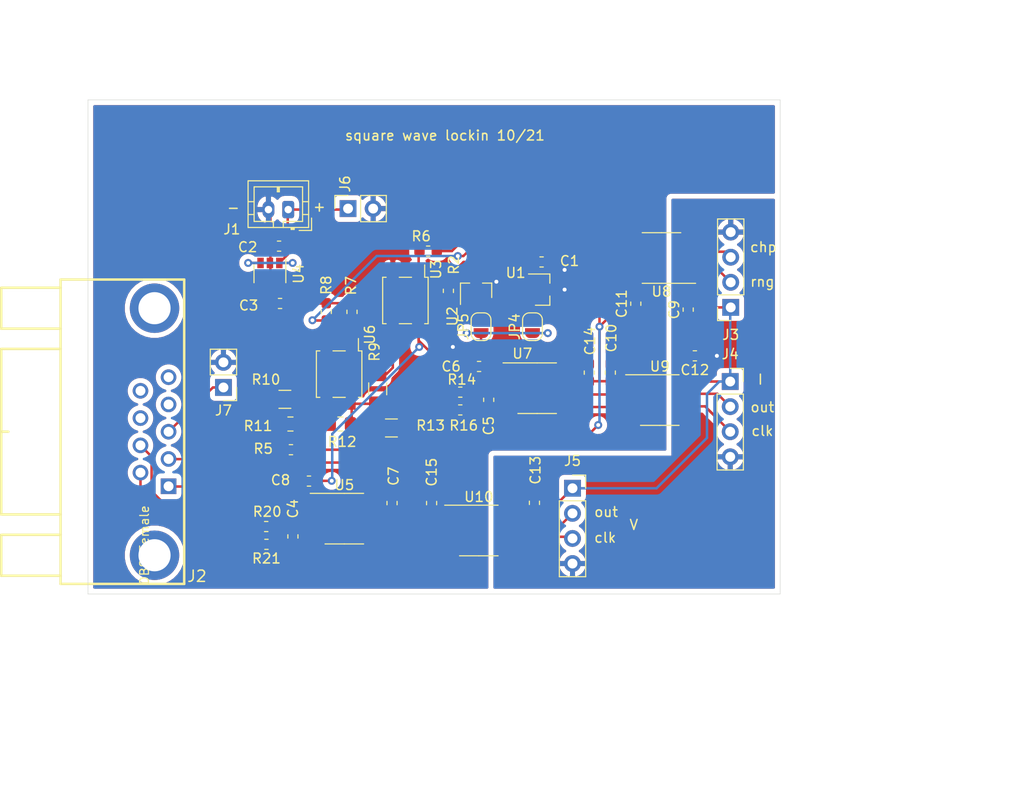
<source format=kicad_pcb>
(kicad_pcb (version 20171130) (host pcbnew "(5.1.5-0)")
  (layers (0 F.Cu signal) (31 B.Cu signal) (34 B.Paste user) (35 F.Paste user) (36 B.SilkS user) (37 F.SilkS user) (38 B.Mask user) (39 F.Mask user) (44 Edge.Cuts user))
  (net 0 "")
  (net 1 GND)
  (net 2 +3V3)
  (net 3 "Net-(C2-Pad1)")
  (net 4 "Net-(C4-Pad2)")
  (net 5 "Net-(C4-Pad1)")
  (net 6 "Net-(C5-Pad2)")
  (net 7 "Net-(C5-Pad1)")
  (net 8 "Net-(J3-Pad2)")
  (net 9 "Net-(JP4-Pad2)")
  (net 10 /vref)
  (net 11 "Net-(JP5-Pad2)")
  (net 12 "Net-(R6-Pad2)")
  (net 13 /sig)
  (net 14 "Net-(R11-Pad1)")
  (net 15 +3.3VP)
  (net 16 "Net-(R6-Pad1)")
  (net 17 "Net-(R7-Pad1)")
  (net 18 /range_toggle)
  (net 19 /I-)
  (net 20 /I+)
  (net 21 /V+)
  (net 22 /V-)
  (net 23 "Net-(U4-Pad4)")
  (net 24 "Net-(U5-Pad8)")
  (net 25 "Net-(U10-Pad2)")
  (net 26 "Net-(U10-Pad3)")
  (net 27 "Net-(U7-Pad8)")
  (net 28 "Net-(U7-Pad6)")
  (net 29 "Net-(U7-Pad5)")
  (net 30 GNDD)
  (net 31 "Net-(J3-Pad3)")
  (net 32 "Net-(J4-Pad2)")
  (net 33 "Net-(J4-Pad3)")
  (net 34 "Net-(J5-Pad2)")
  (net 35 "Net-(J5-Pad3)")
  (net 36 "Net-(J2-Pad9)")
  (net 37 "Net-(J2-Pad8)")
  (net 38 "Net-(J2-Pad5)")
  (net 39 "Net-(J2-Pad4)")
  (net 40 "Net-(J2-Pad3)")
  (net 41 "Net-(R13-Pad1)")
  (net 42 "Net-(R12-Pad1)")
  (module Resistor_SMD:R_0805_2012Metric_Pad1.15x1.40mm_HandSolder (layer F.Cu) (at 135.525 82.8 180)
    (fp_text reference R12 (at -0.175 -1.8) (layer F.SilkS))
    (fp_text value 75K_0.1%)
    (pad 2 smd roundrect (at 1.025 0 180) (size 1.15 1.4) (layers F.Cu F.Paste F.Mask) (roundrect_rratio 0.217391) (net 14 "Net-(R11-Pad1)"))
    (pad 1 smd roundrect (at -1.025 0 180) (size 1.15 1.4) (layers F.Cu F.Paste F.Mask) (roundrect_rratio 0.217391) (net 42 "Net-(R12-Pad1)"))
  )
  (module Resistor_SMD:R_0805_2012Metric_Pad1.15x1.40mm_HandSolder (layer F.Cu) (at 130.475 82.8 180)
    (fp_text reference R11 (at 3.275 -0.2) (layer F.SilkS))
    (fp_text value 5K_0.1%)
    (pad 2 smd roundrect (at 1.025 0 180) (size 1.15 1.4) (layers F.Cu F.Paste F.Mask) (roundrect_rratio 0.217391) (net 19 /I-))
    (pad 1 smd roundrect (at -1.025 0 180) (size 1.15 1.4) (layers F.Cu F.Paste F.Mask) (roundrect_rratio 0.217391) (net 14 "Net-(R11-Pad1)"))
  )
  (module Resistor_SMD:R_0603_1608Metric_Pad1.05x0.95mm_HandSolder (layer F.Cu) (at 130.525 85.4)
    (fp_text reference R5 (at -2.8 -0.1) (layer F.SilkS))
    (fp_text value 100K_0.1%)
    (pad 2 smd roundrect (at 0.875 0) (size 1.05 0.95) (layers F.Cu F.Paste F.Mask) (net 41 "Net-(R13-Pad1)"))
    (pad 1 smd roundrect (at -0.875 0) (size 1.05 0.95) (layers F.Cu F.Paste F.Mask) (net 20 /I+))
  )
  (module 0my_footprints:DSUB-TH_DS1037-09FNAKT74-0CC (layer F.Cu) (at 116.73 83.58 180)
    (fp_text reference J2 (at -5.37 -14.62) (layer F.SilkS) (effects (font (size 1.143 1.143) (thickness 0.152)) (justify right)))
    (fp_text value DB9_Female (at 1.018 -7.374 270) (layer F.SilkS) (effects (font (size 0.889 0.889) (thickness 0.127)) (justify right)))
    (pad 10 thru_hole circle (at 0 -12.5 270) (size 5 5) (drill 3.25) (layers *.Cu *.Paste *.Mask))
    (pad 9 thru_hole circle (at 1.42 4.14 270) (size 1.575 1.575) (drill 1) (layers *.Cu *.Paste *.Mask) (net 36 "Net-(J2-Pad9)"))
    (pad 8 thru_hole circle (at 1.42 1.38 270) (size 1.575 1.575) (drill 1) (layers *.Cu *.Paste *.Mask) (net 37 "Net-(J2-Pad8)"))
    (pad 7 thru_hole circle (at 1.42 -1.38 270) (size 1.575 1.575) (drill 1) (layers *.Cu *.Paste *.Mask) (net 22 /V-))
    (pad 6 thru_hole circle (at 1.42 -4.14 270) (size 1.575 1.575) (drill 1) (layers *.Cu *.Paste *.Mask) (net 21 /V+))
    (pad 5 thru_hole circle (at -1.42 5.52 270) (size 1.575 1.575) (drill 1) (layers *.Cu *.Paste *.Mask) (net 38 "Net-(J2-Pad5)"))
    (pad 4 thru_hole circle (at -1.42 2.76 270) (size 1.575 1.575) (drill 1) (layers *.Cu *.Paste *.Mask) (net 39 "Net-(J2-Pad4)"))
    (pad 2 thru_hole circle (at -1.42 -2.76 270) (size 1.575 1.575) (drill 1) (layers *.Cu *.Paste *.Mask) (net 19 /I-))
    (pad 1 thru_hole rect (at -1.42 -5.52 270) (size 1.575 1.575) (drill 1) (layers *.Cu *.Paste *.Mask) (net 20 /I+))
    (pad 11 thru_hole circle (at 0 12.5 270) (size 5 5) (drill 3.25) (layers *.Cu *.Paste *.Mask))
    (pad 3 thru_hole circle (at -1.42 0 270) (size 1.575 1.575) (drill 1) (layers *.Cu *.Paste *.Mask) (net 40 "Net-(J2-Pad3)"))
  )
  (module Package_SO:SO-4_4.4x4.3mm_P2.54mm (layer F.Cu) (at 142.1 70.3 270)
    (fp_text reference U3 (at -3.15 -3.1 90) (layer F.SilkS))
    (fp_text value KAQY212S)
    (pad 3 smd rect (at 3 1.27 180) (size 0.8 1.2) (layers F.Cu F.Paste F.Mask) (net 13 /sig))
    (pad 2 smd rect (at -3 1.27 180) (size 0.8 1.2) (layers F.Cu F.Paste F.Mask) (net 1 GND))
    (pad 1 smd rect (at -3 -1.27 180) (size 0.8 1.2) (layers F.Cu F.Paste F.Mask) (net 12 "Net-(R6-Pad2)"))
    (pad 4 smd rect (at 3 -1.27 180) (size 0.8 1.2) (layers F.Cu F.Paste F.Mask) (net 10 /vref))
  )
  (module Connector_PinHeader_2.54mm:PinHeader_1x02_P2.54mm_Vertical (layer F.Cu) (at 123.7 79.1 180)
    (fp_text reference J7 (at 0 -2.33) (layer F.SilkS))
    (fp_text value Conn_01x02_Female)
    (pad 2 thru_hole oval (at 0 2.54 180) (size 1.7 1.7) (drill 1) (layers *.Cu *.Mask) (net 1 GND))
    (pad 1 thru_hole rect (at 0 0 180) (size 1.7 1.7) (drill 1) (layers *.Cu *.Mask) (net 40 "Net-(J2-Pad3)"))
  )
  (module Connector_PinSocket_2.54mm:PinSocket_1x02_P2.54mm_Vertical (layer F.Cu) (at 136.3 61 90)
    (fp_text reference J6 (at 2.5 -0.3 90) (layer F.SilkS))
    (fp_text value receptacle)
    (pad 2 thru_hole oval (at 0 2.54 90) (size 1.7 1.7) (drill 1) (layers *.Cu *.Mask) (net 1 GND))
    (pad 1 thru_hole rect (at 0 0 90) (size 1.7 1.7) (drill 1) (layers *.Cu *.Mask) (net 3 "Net-(C2-Pad1)"))
  )
  (module Capacitor_SMD:C_0603_1608Metric_Pad1.05x0.95mm_HandSolder (layer F.Cu) (at 144.75 90.8 270)
    (fp_text reference C15 (at -3.125 0 270) (layer F.SilkS))
    (fp_text value 100nF)
    (pad 2 smd roundrect (at 0.875 0 270) (size 1.05 0.95) (layers F.Cu F.Paste F.Mask) (net 2 +3V3))
    (pad 1 smd roundrect (at -0.875 0 270) (size 1.05 0.95) (layers F.Cu F.Paste F.Mask) (net 1 GND))
  )
  (module Package_SO:SOP-8_3.9x4.9mm_P1.27mm (layer F.Cu) (at 135.925 92.375)
    (fp_text reference U5 (at 0 -3.4) (layer F.SilkS))
    (fp_text value HX710C)
    (pad 8 smd roundrect (at 2.625 -1.905) (size 1.65 0.6) (layers F.Cu F.Paste F.Mask) (net 24 "Net-(U5-Pad8)"))
    (pad 7 smd roundrect (at 2.625 -0.635) (size 1.65 0.6) (layers F.Cu F.Paste F.Mask) (net 2 +3V3))
    (pad 6 smd roundrect (at 2.625 0.635) (size 1.65 0.6) (layers F.Cu F.Paste F.Mask) (net 25 "Net-(U10-Pad2)"))
    (pad 5 smd roundrect (at 2.625 1.905) (size 1.65 0.6) (layers F.Cu F.Paste F.Mask) (net 26 "Net-(U10-Pad3)"))
    (pad 4 smd roundrect (at -2.625 1.905) (size 1.65 0.6) (layers F.Cu F.Paste F.Mask) (net 5 "Net-(C4-Pad1)"))
    (pad 3 smd roundrect (at -2.625 0.635) (size 1.65 0.6) (layers F.Cu F.Paste F.Mask) (net 4 "Net-(C4-Pad2)"))
    (pad 2 smd roundrect (at -2.625 -0.635) (size 1.65 0.6) (layers F.Cu F.Paste F.Mask) (net 1 GND))
    (pad 1 smd roundrect (at -2.625 -1.905) (size 1.65 0.6) (layers F.Cu F.Paste F.Mask) (net 10 /vref))
  )
  (module Capacitor_SMD:C_0603_1608Metric_Pad1.05x0.95mm_HandSolder (layer F.Cu) (at 160.7 77.6 270)
    (fp_text reference C14 (at -3.2 -0.075 90) (layer F.SilkS))
    (fp_text value 100nF)
    (pad 2 smd roundrect (at 0.875 0 270) (size 1.05 0.95) (layers F.Cu F.Paste F.Mask) (net 2 +3V3))
    (pad 1 smd roundrect (at -0.875 0 270) (size 1.05 0.95) (layers F.Cu F.Paste F.Mask) (net 1 GND))
  )
  (module Connector_PinSocket_2.54mm:PinSocket_1x04_P2.54mm_Vertical (layer F.Cu) (at 159 89.3)
    (fp_text reference J5 (at 0 -2.77) (layer F.SilkS))
    (fp_text value Conn_01x04_Female)
    (pad 4 thru_hole oval (at 0 7.62) (size 1.7 1.7) (drill 1) (layers *.Cu *.Mask) (net 30 GNDD))
    (pad 3 thru_hole oval (at 0 5.08) (size 1.7 1.7) (drill 1) (layers *.Cu *.Mask) (net 35 "Net-(J5-Pad3)"))
    (pad 2 thru_hole oval (at 0 2.54) (size 1.7 1.7) (drill 1) (layers *.Cu *.Mask) (net 34 "Net-(J5-Pad2)"))
    (pad 1 thru_hole rect (at 0 0) (size 1.7 1.7) (drill 1) (layers *.Cu *.Mask) (net 15 +3.3VP))
  )
  (module Connector_PinSocket_2.54mm:PinSocket_1x04_P2.54mm_Vertical (layer F.Cu) (at 174.95 78.5)
    (fp_text reference J4 (at 0 -2.77) (layer F.SilkS))
    (fp_text value Conn_01x04_Female)
    (pad 4 thru_hole oval (at 0 7.62) (size 1.7 1.7) (drill 1) (layers *.Cu *.Mask) (net 30 GNDD))
    (pad 3 thru_hole oval (at 0 5.08) (size 1.7 1.7) (drill 1) (layers *.Cu *.Mask) (net 33 "Net-(J4-Pad3)"))
    (pad 2 thru_hole oval (at 0 2.54) (size 1.7 1.7) (drill 1) (layers *.Cu *.Mask) (net 32 "Net-(J4-Pad2)"))
    (pad 1 thru_hole rect (at 0 0) (size 1.7 1.7) (drill 1) (layers *.Cu *.Mask) (net 15 +3.3VP))
  )
  (module Connector_PinSocket_2.54mm:PinSocket_1x04_P2.54mm_Vertical (layer F.Cu) (at 175 71 180)
    (fp_text reference J3 (at 0 -2.77) (layer F.SilkS))
    (fp_text value Conn_01x04_Female)
    (pad 4 thru_hole oval (at 0 7.62 180) (size 1.7 1.7) (drill 1) (layers *.Cu *.Mask) (net 30 GNDD))
    (pad 3 thru_hole oval (at 0 5.08 180) (size 1.7 1.7) (drill 1) (layers *.Cu *.Mask) (net 31 "Net-(J3-Pad3)"))
    (pad 2 thru_hole oval (at 0 2.54 180) (size 1.7 1.7) (drill 1) (layers *.Cu *.Mask) (net 8 "Net-(J3-Pad2)"))
    (pad 1 thru_hole rect (at 0 0 180) (size 1.7 1.7) (drill 1) (layers *.Cu *.Mask) (net 15 +3.3VP))
  )
  (module Package_SO:SOIC-8_3.9x4.9mm_P1.27mm (layer F.Cu) (at 149.525 93.575)
    (fp_text reference U10 (at 0 -3.4) (layer F.SilkS))
    (fp_text value PI121)
    (pad 8 smd roundrect (at 2.475 -1.905) (size 1.95 0.6) (layers F.Cu F.Paste F.Mask) (net 15 +3.3VP))
    (pad 7 smd roundrect (at 2.475 -0.635) (size 1.95 0.6) (layers F.Cu F.Paste F.Mask) (net 34 "Net-(J5-Pad2)"))
    (pad 6 smd roundrect (at 2.475 0.635) (size 1.95 0.6) (layers F.Cu F.Paste F.Mask) (net 35 "Net-(J5-Pad3)"))
    (pad 5 smd roundrect (at 2.475 1.905) (size 1.95 0.6) (layers F.Cu F.Paste F.Mask) (net 30 GNDD))
    (pad 4 smd roundrect (at -2.475 1.905) (size 1.95 0.6) (layers F.Cu F.Paste F.Mask) (net 1 GND))
    (pad 3 smd roundrect (at -2.475 0.635) (size 1.95 0.6) (layers F.Cu F.Paste F.Mask) (net 26 "Net-(U10-Pad3)"))
    (pad 2 smd roundrect (at -2.475 -0.635) (size 1.95 0.6) (layers F.Cu F.Paste F.Mask) (net 25 "Net-(U10-Pad2)"))
    (pad 1 smd roundrect (at -2.475 -1.905) (size 1.95 0.6) (layers F.Cu F.Paste F.Mask) (net 2 +3V3))
  )
  (module Package_SO:SOIC-8_3.9x4.9mm_P1.27mm (layer F.Cu) (at 167.825 80.375)
    (fp_text reference U9 (at 0 -3.4) (layer F.SilkS))
    (fp_text value PI121)
    (pad 8 smd roundrect (at 2.475 -1.905) (size 1.95 0.6) (layers F.Cu F.Paste F.Mask) (net 15 +3.3VP))
    (pad 7 smd roundrect (at 2.475 -0.635) (size 1.95 0.6) (layers F.Cu F.Paste F.Mask) (net 32 "Net-(J4-Pad2)"))
    (pad 6 smd roundrect (at 2.475 0.635) (size 1.95 0.6) (layers F.Cu F.Paste F.Mask) (net 33 "Net-(J4-Pad3)"))
    (pad 5 smd roundrect (at 2.475 1.905) (size 1.95 0.6) (layers F.Cu F.Paste F.Mask) (net 30 GNDD))
    (pad 4 smd roundrect (at -2.475 1.905) (size 1.95 0.6) (layers F.Cu F.Paste F.Mask) (net 1 GND))
    (pad 3 smd roundrect (at -2.475 0.635) (size 1.95 0.6) (layers F.Cu F.Paste F.Mask) (net 29 "Net-(U7-Pad5)"))
    (pad 2 smd roundrect (at -2.475 -0.635) (size 1.95 0.6) (layers F.Cu F.Paste F.Mask) (net 28 "Net-(U7-Pad6)"))
    (pad 1 smd roundrect (at -2.475 -1.905) (size 1.95 0.6) (layers F.Cu F.Paste F.Mask) (net 2 +3V3))
  )
  (module Package_SO:SOIC-8_3.9x4.9mm_P1.27mm (layer F.Cu) (at 168 66 180)
    (fp_text reference U8 (at 0 -3.4) (layer F.SilkS))
    (fp_text value PI120)
    (pad 8 smd roundrect (at 2.475 -1.905 180) (size 1.95 0.6) (layers F.Cu F.Paste F.Mask) (net 2 +3V3))
    (pad 7 smd roundrect (at 2.475 -0.635 180) (size 1.95 0.6) (layers F.Cu F.Paste F.Mask) (net 18 /range_toggle))
    (pad 6 smd roundrect (at 2.475 0.635 180) (size 1.95 0.6) (layers F.Cu F.Paste F.Mask) (net 16 "Net-(R6-Pad1)"))
    (pad 5 smd roundrect (at 2.475 1.905 180) (size 1.95 0.6) (layers F.Cu F.Paste F.Mask) (net 1 GND))
    (pad 4 smd roundrect (at -2.475 1.905 180) (size 1.95 0.6) (layers F.Cu F.Paste F.Mask) (net 30 GNDD))
    (pad 3 smd roundrect (at -2.475 0.635 180) (size 1.95 0.6) (layers F.Cu F.Paste F.Mask) (net 31 "Net-(J3-Pad3)"))
    (pad 2 smd roundrect (at -2.475 -0.635 180) (size 1.95 0.6) (layers F.Cu F.Paste F.Mask) (net 8 "Net-(J3-Pad2)"))
    (pad 1 smd roundrect (at -2.475 -1.905 180) (size 1.95 0.6) (layers F.Cu F.Paste F.Mask) (net 15 +3.3VP))
  )
  (module Package_SO:SOP-8_3.9x4.9mm_P1.27mm (layer F.Cu) (at 155.425 79.175)
    (fp_text reference U7 (at -1.5 -3.5) (layer F.SilkS))
    (fp_text value HX710C)
    (pad 8 smd roundrect (at 2.625 -1.905) (size 1.65 0.6) (layers F.Cu F.Paste F.Mask) (net 27 "Net-(U7-Pad8)"))
    (pad 7 smd roundrect (at 2.625 -0.635) (size 1.65 0.6) (layers F.Cu F.Paste F.Mask) (net 2 +3V3))
    (pad 6 smd roundrect (at 2.625 0.635) (size 1.65 0.6) (layers F.Cu F.Paste F.Mask) (net 28 "Net-(U7-Pad6)"))
    (pad 5 smd roundrect (at 2.625 1.905) (size 1.65 0.6) (layers F.Cu F.Paste F.Mask) (net 29 "Net-(U7-Pad5)"))
    (pad 4 smd roundrect (at -2.625 1.905) (size 1.65 0.6) (layers F.Cu F.Paste F.Mask) (net 7 "Net-(C5-Pad1)"))
    (pad 3 smd roundrect (at -2.625 0.635) (size 1.65 0.6) (layers F.Cu F.Paste F.Mask) (net 6 "Net-(C5-Pad2)"))
    (pad 2 smd roundrect (at -2.625 -0.635) (size 1.65 0.6) (layers F.Cu F.Paste F.Mask) (net 1 GND))
    (pad 1 smd roundrect (at -2.625 -1.905) (size 1.65 0.6) (layers F.Cu F.Paste F.Mask) (net 10 /vref))
  )
  (module Package_SO:SO-4_4.4x4.3mm_P2.54mm (layer F.Cu) (at 135.4 77.75 270)
    (fp_text reference U6 (at -4 -3.1 90) (layer F.SilkS))
    (fp_text value KAQY212S)
    (pad 3 smd rect (at 3 1.27 180) (size 0.8 1.2) (layers F.Cu F.Paste F.Mask) (net 14 "Net-(R11-Pad1)"))
    (pad 2 smd rect (at -3 1.27 180) (size 0.8 1.2) (layers F.Cu F.Paste F.Mask) (net 18 /range_toggle))
    (pad 1 smd rect (at -3 -1.27 180) (size 0.8 1.2) (layers F.Cu F.Paste F.Mask) (net 17 "Net-(R7-Pad1)"))
    (pad 4 smd rect (at 3 -1.27 180) (size 0.8 1.2) (layers F.Cu F.Paste F.Mask) (net 42 "Net-(R12-Pad1)"))
  )
  (module Package_TO_SOT_SMD:SOT-23-5 (layer F.Cu) (at 128.4 67.6 270)
    (fp_text reference U4 (at 0 -2.9 90) (layer F.SilkS))
    (fp_text value LP5907MFX-3.3)
    (pad 5 smd rect (at 1.1 -0.95 270) (size 1.06 0.65) (layers F.Cu F.Paste F.Mask) (net 2 +3V3))
    (pad 4 smd rect (at 1.1 0.95 270) (size 1.06 0.65) (layers F.Cu F.Paste F.Mask) (net 23 "Net-(U4-Pad4)"))
    (pad 3 smd rect (at -1.1 0.95 270) (size 1.06 0.65) (layers F.Cu F.Paste F.Mask) (net 3 "Net-(C2-Pad1)"))
    (pad 2 smd rect (at -1.1 0 270) (size 1.06 0.65) (layers F.Cu F.Paste F.Mask) (net 1 GND))
    (pad 1 smd rect (at -1.1 -0.95 270) (size 1.06 0.65) (layers F.Cu F.Paste F.Mask) (net 3 "Net-(C2-Pad1)"))
  )
  (module Resistor_SMD:R_0603_1608Metric_Pad1.05x0.95mm_HandSolder (layer F.Cu) (at 147.65 81.375 180)
    (fp_text reference R16 (at -0.35 -1.575) (layer F.SilkS))
    (fp_text value 100)
    (pad 2 smd roundrect (at 0.875 0 180) (size 1.05 0.95) (layers F.Cu F.Paste F.Mask) (net 41 "Net-(R13-Pad1)"))
    (pad 1 smd roundrect (at -0.875 0 180) (size 1.05 0.95) (layers F.Cu F.Paste F.Mask) (net 7 "Net-(C5-Pad1)"))
  )
  (module Resistor_SMD:R_0603_1608Metric_Pad1.05x0.95mm_HandSolder (layer F.Cu) (at 147.65 79.575 180)
    (fp_text reference R14 (at -0.15 1.275) (layer F.SilkS))
    (fp_text value 100)
    (pad 2 smd roundrect (at 0.875 0 180) (size 1.05 0.95) (layers F.Cu F.Paste F.Mask) (net 20 /I+))
    (pad 1 smd roundrect (at -0.875 0 180) (size 1.05 0.95) (layers F.Cu F.Paste F.Mask) (net 6 "Net-(C5-Pad2)"))
  )
  (module Resistor_SMD:R_1206_3216Metric_Pad1.42x1.75mm_HandSolder (layer F.Cu) (at 140.6875 83.2 180)
    (fp_text reference R13 (at -3.9625 0.25) (layer F.SilkS))
    (fp_text value 1M_0.1%)
    (pad 2 smd roundrect (at 1.4875 0 180) (size 1.425 1.75) (layers F.Cu F.Paste F.Mask) (roundrect_rratio 0.175439) (net 42 "Net-(R12-Pad1)"))
    (pad 1 smd roundrect (at -1.4875 0 180) (size 1.425 1.75) (layers F.Cu F.Paste F.Mask) (roundrect_rratio 0.175439) (net 41 "Net-(R13-Pad1)"))
  )
  (module Resistor_SMD:R_1206_3216Metric_Pad1.42x1.75mm_HandSolder (layer F.Cu) (at 129.9125 80.3 180)
    (fp_text reference R10 (at 1.9125 2) (layer F.SilkS))
    (fp_text value 1M_0.1%)
    (pad 2 smd roundrect (at 1.4875 0 180) (size 1.425 1.75) (layers F.Cu F.Paste F.Mask) (roundrect_rratio 0.175439) (net 19 /I-))
    (pad 1 smd roundrect (at -1.4875 0 180) (size 1.425 1.75) (layers F.Cu F.Paste F.Mask) (roundrect_rratio 0.175439) (net 1 GND))
  )
  (module Resistor_SMD:R_1206_3216Metric_Pad1.42x1.75mm_HandSolder (layer F.Cu) (at 139.3 79.2375 90)
    (fp_text reference R9 (at 3.7375 -0.325 270) (layer F.SilkS))
    (fp_text value 1M_0.1%)
    (pad 2 smd roundrect (at 1.4875 0 90) (size 1.425 1.75) (layers F.Cu F.Paste F.Mask) (roundrect_rratio 0.175439) (net 13 /sig))
    (pad 1 smd roundrect (at -1.4875 0 90) (size 1.425 1.75) (layers F.Cu F.Paste F.Mask) (roundrect_rratio 0.175439) (net 42 "Net-(R12-Pad1)"))
  )
  (module Resistor_SMD:R_0603_1608Metric_Pad1.05x0.95mm_HandSolder (layer F.Cu) (at 134.1 71.45 90)
    (fp_text reference R8 (at 2.7 0 90) (layer F.SilkS))
    (fp_text value 1K)
    (pad 2 smd roundrect (at 0.875 0 90) (size 1.05 0.95) (layers F.Cu F.Paste F.Mask) (net 2 +3V3))
    (pad 1 smd roundrect (at -0.875 0 90) (size 1.05 0.95) (layers F.Cu F.Paste F.Mask) (net 18 /range_toggle))
  )
  (module Resistor_SMD:R_0603_1608Metric_Pad1.05x0.95mm_HandSolder (layer F.Cu) (at 136.7 71.45 90)
    (fp_text reference R7 (at 2.65 -0.1 90) (layer F.SilkS))
    (fp_text value 1K)
    (pad 2 smd roundrect (at 0.875 0 90) (size 1.05 0.95) (layers F.Cu F.Paste F.Mask) (net 2 +3V3))
    (pad 1 smd roundrect (at -0.875 0 90) (size 1.05 0.95) (layers F.Cu F.Paste F.Mask) (net 17 "Net-(R7-Pad1)"))
  )
  (module Connector_JST:JST_PH_B2B-PH-K_1x02_P2.00mm_Vertical (layer F.Cu) (at 130.25 61.1 180)
    (fp_text reference J1 (at 5.7 -2) (layer F.SilkS))
    (fp_text value battery)
    (pad 2 thru_hole oval (at 2 0 180) (size 1.2 1.75) (drill 0.75) (layers *.Cu *.Mask) (net 1 GND))
    (pad 1 thru_hole roundrect (at 0 0 180) (size 1.2 1.75) (drill 0.75) (layers *.Cu *.Mask) (roundrect_rratio 0.208333) (net 3 "Net-(C2-Pad1)"))
  )
  (module Capacitor_SMD:C_0603_1608Metric_Pad1.05x0.95mm_HandSolder (layer F.Cu) (at 155.15 90.775 270)
    (fp_text reference C13 (at -3.3 -0.1 90) (layer F.SilkS))
    (fp_text value 100nF)
    (pad 2 smd roundrect (at 0.875 0 270) (size 1.05 0.95) (layers F.Cu F.Paste F.Mask) (net 15 +3.3VP))
    (pad 1 smd roundrect (at -0.875 0 270) (size 1.05 0.95) (layers F.Cu F.Paste F.Mask) (net 30 GNDD))
  )
  (module Capacitor_SMD:C_0603_1608Metric_Pad1.05x0.95mm_HandSolder (layer F.Cu) (at 171.375 75.9 180)
    (fp_text reference C12 (at 0 -1.43) (layer F.SilkS))
    (fp_text value 100nF)
    (pad 2 smd roundrect (at 0.875 0 180) (size 1.05 0.95) (layers F.Cu F.Paste F.Mask) (net 15 +3.3VP))
    (pad 1 smd roundrect (at -0.875 0 180) (size 1.05 0.95) (layers F.Cu F.Paste F.Mask) (net 30 GNDD))
  )
  (module Capacitor_SMD:C_0603_1608Metric_Pad1.05x0.95mm_HandSolder (layer F.Cu) (at 165.4 70.625 90)
    (fp_text reference C11 (at 0 -1.43 90) (layer F.SilkS))
    (fp_text value 100nF)
    (pad 2 smd roundrect (at 0.875 0 90) (size 1.05 0.95) (layers F.Cu F.Paste F.Mask) (net 2 +3V3))
    (pad 1 smd roundrect (at -0.875 0 90) (size 1.05 0.95) (layers F.Cu F.Paste F.Mask) (net 1 GND))
  )
  (module Capacitor_SMD:C_0603_1608Metric_Pad1.05x0.95mm_HandSolder (layer F.Cu) (at 162.825 77.6 270)
    (fp_text reference C10 (at -3.5 -0.1 90) (layer F.SilkS))
    (fp_text value 100nF)
    (pad 2 smd roundrect (at 0.875 0 270) (size 1.05 0.95) (layers F.Cu F.Paste F.Mask) (net 2 +3V3))
    (pad 1 smd roundrect (at -0.875 0 270) (size 1.05 0.95) (layers F.Cu F.Paste F.Mask) (net 1 GND))
  )
  (module Capacitor_SMD:C_0603_1608Metric_Pad1.05x0.95mm_HandSolder (layer F.Cu) (at 170.7 71.225 90)
    (fp_text reference C9 (at 0 -1.43 90) (layer F.SilkS))
    (fp_text value 100nF)
    (pad 2 smd roundrect (at 0.875 0 90) (size 1.05 0.95) (layers F.Cu F.Paste F.Mask) (net 15 +3.3VP))
    (pad 1 smd roundrect (at -0.875 0 90) (size 1.05 0.95) (layers F.Cu F.Paste F.Mask) (net 30 GNDD))
  )
  (module Capacitor_SMD:C_0603_1608Metric_Pad1.05x0.95mm_HandSolder (layer F.Cu) (at 132.35 88.575 180)
    (fp_text reference C8 (at 2.875 0.1) (layer F.SilkS))
    (fp_text value 100nF)
    (pad 2 smd roundrect (at 0.875 0 180) (size 1.05 0.95) (layers F.Cu F.Paste F.Mask) (net 1 GND))
    (pad 1 smd roundrect (at -0.875 0 180) (size 1.05 0.95) (layers F.Cu F.Paste F.Mask) (net 10 /vref))
  )
  (module Capacitor_SMD:C_0603_1608Metric_Pad1.05x0.95mm_HandSolder (layer F.Cu) (at 149.55 76.975 180)
    (fp_text reference C6 (at 2.825 0) (layer F.SilkS))
    (fp_text value 100nF)
    (pad 2 smd roundrect (at 0.875 0 180) (size 1.05 0.95) (layers F.Cu F.Paste F.Mask) (net 1 GND))
    (pad 1 smd roundrect (at -0.875 0 180) (size 1.05 0.95) (layers F.Cu F.Paste F.Mask) (net 10 /vref))
  )
  (module Capacitor_SMD:C_0603_1608Metric_Pad1.05x0.95mm_HandSolder (layer F.Cu) (at 150.525 80.35 90)
    (fp_text reference C5 (at -2.625 0 90) (layer F.SilkS))
    (fp_text value 100nF)
    (pad 2 smd roundrect (at 0.875 0 90) (size 1.05 0.95) (layers F.Cu F.Paste F.Mask) (net 6 "Net-(C5-Pad2)"))
    (pad 1 smd roundrect (at -0.875 0 90) (size 1.05 0.95) (layers F.Cu F.Paste F.Mask) (net 7 "Net-(C5-Pad1)"))
  )
  (module Capacitor_SMD:C_0603_1608Metric_Pad1.05x0.95mm_HandSolder (layer F.Cu) (at 129.425 70.6 180)
    (fp_text reference C3 (at 3.175 -0.2) (layer F.SilkS))
    (fp_text value 1uF)
    (pad 2 smd roundrect (at 0.875 0 180) (size 1.05 0.95) (layers F.Cu F.Paste F.Mask) (net 1 GND))
    (pad 1 smd roundrect (at -0.875 0 180) (size 1.05 0.95) (layers F.Cu F.Paste F.Mask) (net 2 +3V3))
  )
  (module Capacitor_SMD:C_0603_1608Metric_Pad1.05x0.95mm_HandSolder (layer F.Cu) (at 129.325 64.8 180)
    (fp_text reference C2 (at 3.175 -0.1) (layer F.SilkS))
    (fp_text value 1uF)
    (pad 2 smd roundrect (at 0.875 0 180) (size 1.05 0.95) (layers F.Cu F.Paste F.Mask) (net 1 GND))
    (pad 1 smd roundrect (at -0.875 0 180) (size 1.05 0.95) (layers F.Cu F.Paste F.Mask) (net 3 "Net-(C2-Pad1)"))
  )
  (module Package_TO_SOT_SMD:SOT-23 (layer F.Cu) (at 149.25 69.3 90)
    (fp_text reference U2 (at -2.6 -2.4 90) (layer F.SilkS))
    (fp_text value TL431DBZ)
    (pad 3 smd rect (at 1 0 90) (size 0.9 0.8) (layers F.Cu F.Paste F.Mask) (net 1 GND))
    (pad 2 smd rect (at -1 0.95 90) (size 0.9 0.8) (layers F.Cu F.Paste F.Mask) (net 11 "Net-(JP5-Pad2)"))
    (pad 1 smd rect (at -1 -0.95 90) (size 0.9 0.8) (layers F.Cu F.Paste F.Mask) (net 11 "Net-(JP5-Pad2)"))
  )
  (module Package_TO_SOT_SMD:SOT-23 (layer F.Cu) (at 155.95 69.2)
    (fp_text reference U1 (at -2.7 -1.7) (layer F.SilkS))
    (fp_text value REF3020)
    (pad 3 smd rect (at 1 0) (size 0.9 0.8) (layers F.Cu F.Paste F.Mask) (net 1 GND))
    (pad 2 smd rect (at -1 0.95) (size 0.9 0.8) (layers F.Cu F.Paste F.Mask) (net 9 "Net-(JP4-Pad2)"))
    (pad 1 smd rect (at -1 -0.95) (size 0.9 0.8) (layers F.Cu F.Paste F.Mask) (net 2 +3V3))
  )
  (module Resistor_SMD:R_0603_1608Metric_Pad1.05x0.95mm_HandSolder (layer F.Cu) (at 128.05 94.975 180)
    (fp_text reference R21 (at 0 -1.43) (layer F.SilkS))
    (fp_text value 100)
    (pad 2 smd roundrect (at 0.875 0 180) (size 1.05 0.95) (layers F.Cu F.Paste F.Mask) (net 21 /V+))
    (pad 1 smd roundrect (at -0.875 0 180) (size 1.05 0.95) (layers F.Cu F.Paste F.Mask) (net 5 "Net-(C4-Pad1)"))
  )
  (module Resistor_SMD:R_0603_1608Metric_Pad1.05x0.95mm_HandSolder (layer F.Cu) (at 128.025 93.175 180)
    (fp_text reference R20 (at -0.1 1.5) (layer F.SilkS))
    (fp_text value 100)
    (pad 2 smd roundrect (at 0.875 0 180) (size 1.05 0.95) (layers F.Cu F.Paste F.Mask) (net 22 /V-))
    (pad 1 smd roundrect (at -0.875 0 180) (size 1.05 0.95) (layers F.Cu F.Paste F.Mask) (net 4 "Net-(C4-Pad2)"))
  )
  (module Resistor_SMD:R_0603_1608Metric_Pad1.05x0.95mm_HandSolder (layer F.Cu) (at 144.4 65.3 180)
    (fp_text reference R6 (at 0.7 1.5) (layer F.SilkS))
    (fp_text value 1K)
    (pad 2 smd roundrect (at 0.875 0 180) (size 1.05 0.95) (layers F.Cu F.Paste F.Mask) (net 12 "Net-(R6-Pad2)"))
    (pad 1 smd roundrect (at -0.875 0 180) (size 1.05 0.95) (layers F.Cu F.Paste F.Mask) (net 16 "Net-(R6-Pad1)"))
  )
  (module Resistor_SMD:R_0603_1608Metric_Pad1.05x0.95mm_HandSolder (layer F.Cu) (at 146.45 69.325 90)
    (fp_text reference R2 (at 2.625 0.55 90) (layer F.SilkS))
    (fp_text value 300)
    (pad 2 smd roundrect (at 0.875 0 90) (size 1.05 0.95) (layers F.Cu F.Paste F.Mask) (net 2 +3V3))
    (pad 1 smd roundrect (at -0.875 0 90) (size 1.05 0.95) (layers F.Cu F.Paste F.Mask) (net 11 "Net-(JP5-Pad2)"))
  )
  (module Jumper:SolderJumper-2_P1.3mm_Open_RoundedPad1.0x1.5mm (layer F.Cu) (at 149.75 72.95 90)
    (fp_text reference JP5 (at 0 -1.8 90) (layer F.SilkS))
    (fp_text value NO)
    (pad 2 smd custom (at 0.65 0 90) (size 1 0.5) (layers F.Cu F.Mask) (net 11 "Net-(JP5-Pad2)") (options (clearance outline) (anchor rect)) (primitives (gr_circle (center 0 0.25) (end 0.5 0.25) (width 0)) (gr_circle (center 0 -0.25) (end 0.5 -0.25) (width 0)) (gr_poly (pts (xy 0 -0.75) (xy -0.5 -0.75) (xy -0.5 0.75) (xy 0 0.75)) (width 0))))
    (pad 1 smd custom (at -0.65 0 90) (size 1 0.5) (layers F.Cu F.Mask) (net 10 /vref) (options (clearance outline) (anchor rect)) (primitives (gr_circle (center 0 0.25) (end 0.5 0.25) (width 0)) (gr_circle (center 0 -0.25) (end 0.5 -0.25) (width 0)) (gr_poly (pts (xy 0 -0.75) (xy 0.5 -0.75) (xy 0.5 0.75) (xy 0 0.75)) (width 0))))
  )
  (module Jumper:SolderJumper-2_P1.3mm_Open_RoundedPad1.0x1.5mm (layer F.Cu) (at 154.95 72.95 90)
    (fp_text reference JP4 (at 0 -1.8 90) (layer F.SilkS))
    (fp_text value NO)
    (pad 2 smd custom (at 0.65 0 90) (size 1 0.5) (layers F.Cu F.Mask) (net 9 "Net-(JP4-Pad2)") (options (clearance outline) (anchor rect)) (primitives (gr_circle (center 0 0.25) (end 0.5 0.25) (width 0)) (gr_circle (center 0 -0.25) (end 0.5 -0.25) (width 0)) (gr_poly (pts (xy 0 -0.75) (xy -0.5 -0.75) (xy -0.5 0.75) (xy 0 0.75)) (width 0))))
    (pad 1 smd custom (at -0.65 0 90) (size 1 0.5) (layers F.Cu F.Mask) (net 10 /vref) (options (clearance outline) (anchor rect)) (primitives (gr_circle (center 0 0.25) (end 0.5 0.25) (width 0)) (gr_circle (center 0 -0.25) (end 0.5 -0.25) (width 0)) (gr_poly (pts (xy 0 -0.75) (xy 0.5 -0.75) (xy 0.5 0.75) (xy 0 0.75)) (width 0))))
  )
  (module Capacitor_SMD:C_0603_1608Metric_Pad1.05x0.95mm_HandSolder (layer F.Cu) (at 140.75 90.8 270)
    (fp_text reference C7 (at -2.725 -0.15 90) (layer F.SilkS))
    (fp_text value 100nF)
    (pad 2 smd roundrect (at 0.875 0 270) (size 1.05 0.95) (layers F.Cu F.Paste F.Mask) (net 2 +3V3))
    (pad 1 smd roundrect (at -0.875 0 270) (size 1.05 0.95) (layers F.Cu F.Paste F.Mask) (net 1 GND))
  )
  (module Capacitor_SMD:C_0603_1608Metric_Pad1.05x0.95mm_HandSolder (layer F.Cu) (at 130.725 94.175 90)
    (fp_text reference C4 (at 2.8 0 90) (layer F.SilkS))
    (fp_text value 100nF)
    (pad 2 smd roundrect (at 0.875 0 90) (size 1.05 0.95) (layers F.Cu F.Paste F.Mask) (net 4 "Net-(C4-Pad2)"))
    (pad 1 smd roundrect (at -0.875 0 90) (size 1.05 0.95) (layers F.Cu F.Paste F.Mask) (net 5 "Net-(C4-Pad1)"))
  )
  (module Capacitor_SMD:C_0603_1608Metric_Pad1.05x0.95mm_HandSolder (layer F.Cu) (at 155.875 66.4)
    (fp_text reference C1 (at 2.825 -0.1) (layer F.SilkS))
    (fp_text value 470nF)
    (pad 2 smd roundrect (at 0.875 0) (size 1.05 0.95) (layers F.Cu F.Paste F.Mask) (net 1 GND))
    (pad 1 smd roundrect (at -0.875 0) (size 1.05 0.95) (layers F.Cu F.Paste F.Mask) (net 2 +3V3))
  )
  (gr_text "square wave lockin 10/21" (at 146.1 53.6) (layer F.SilkS) (effects (font (size 1 1))))
  (gr_text - (at 124.7 60.9) (layer F.SilkS) (effects (font (size 1 1))))
  (gr_text + (at 133.4 60.8) (layer F.SilkS) (effects (font (size 1 1))))
  (gr_text I (at 178 78.3) (layer F.SilkS) (effects (font (size 1 1))))
  (gr_text V (at 165.2 93) (layer F.SilkS) (effects (font (size 1 1))))
  (gr_text clk (at 162.3 94.3) (layer F.SilkS) (effects (font (size 1 1))))
  (gr_text out (at 162.4 91.7) (layer F.SilkS) (effects (font (size 1 1))))
  (gr_text clk (at 178.2 83.5) (layer F.SilkS) (effects (font (size 1 1))))
  (gr_text out (at 178.2 81.1) (layer F.SilkS) (effects (font (size 1 1))))
  (gr_text rng (at 178.2 68.4) (layer F.SilkS) (effects (font (size 1 1))))
  (gr_text "chp\n" (at 178.3 64.9) (layer F.SilkS) (effects (font (size 1 1))))
  (gr_line (start 110 100) (end 110 50) (layer Edge.Cuts) (width 0.05))
  (gr_line (start 180 100) (end 110 100) (layer Edge.Cuts) (width 0.05))
  (gr_line (start 180 50) (end 180 100) (layer Edge.Cuts) (width 0.05))
  (gr_line (start 110 50) (end 180 50) (layer Edge.Cuts) (width 0.05))
  (segment (start 128.45 70.5) (end 128.55 70.6) (width 0.25) (layer F.Cu) (net 1))
  (segment (start 128.45 64.8) (end 128.45 70.5) (width 0.25) (layer F.Cu) (net 1))
  (segment (start 128.45 61.3) (end 128.25 61.1) (width 0.25) (layer F.Cu) (net 1))
  (segment (start 128.45 64.8) (end 128.45 61.3) (width 0.25) (layer F.Cu) (net 1))
  (via (at 151.3 68.4) (size 0.8) (drill 0.4) (layers F.Cu B.Cu) (net 1))
  (segment (start 151.2 68.3) (end 151.3 68.4) (width 0.25) (layer F.Cu) (net 1))
  (segment (start 149.25 68.3) (end 151.2 68.3) (width 0.25) (layer F.Cu) (net 1))
  (via (at 158.2 67.2) (size 0.8) (drill 0.4) (layers F.Cu B.Cu) (net 1))
  (segment (start 157.4 66.4) (end 158.2 67.2) (width 0.25) (layer F.Cu) (net 1))
  (segment (start 156.75 66.4) (end 157.4 66.4) (width 0.25) (layer F.Cu) (net 1))
  (via (at 158.2 69.2) (size 0.8) (drill 0.4) (layers F.Cu B.Cu) (net 1))
  (segment (start 156.95 69.2) (end 158.2 69.2) (width 0.25) (layer F.Cu) (net 1))
  (via (at 146.9 75) (size 0.8) (drill 0.4) (layers F.Cu B.Cu) (net 1))
  (segment (start 148.15 76.975) (end 146.9 75.725) (width 0.25) (layer F.Cu) (net 1))
  (segment (start 146.9 75.725) (end 146.9 75) (width 0.25) (layer F.Cu) (net 1))
  (segment (start 148.675 76.975) (end 148.15 76.975) (width 0.25) (layer F.Cu) (net 1))
  (segment (start 138.615 91.675) (end 138.55 91.74) (width 0.25) (layer F.Cu) (net 2))
  (segment (start 142.175 91.675) (end 138.615 91.675) (width 0.25) (layer F.Cu) (net 2))
  (segment (start 154.95 66.45) (end 155 66.4) (width 0.25) (layer F.Cu) (net 2))
  (segment (start 144.23 91.67) (end 144.225 91.675) (width 0.25) (layer F.Cu) (net 2))
  (segment (start 147.05 91.67) (end 144.23 91.67) (width 0.25) (layer F.Cu) (net 2))
  (segment (start 158.12 78.47) (end 158.05 78.54) (width 0.25) (layer F.Cu) (net 2))
  (segment (start 142.18 91.67) (end 142.175 91.675) (width 0.25) (layer F.Cu) (net 2))
  (segment (start 161.73 78.47) (end 161.7 78.5) (width 0.25) (layer F.Cu) (net 2))
  (segment (start 165.35 78.47) (end 161.73 78.47) (width 0.25) (layer F.Cu) (net 2))
  (segment (start 161.73 78.47) (end 158.12 78.47) (width 0.25) (layer F.Cu) (net 2))
  (segment (start 165.525 69.625) (end 165.4 69.75) (width 0.25) (layer F.Cu) (net 2))
  (segment (start 165.525 67.905) (end 165.525 69.625) (width 0.25) (layer F.Cu) (net 2))
  (segment (start 161.73 72.945) (end 161.73 78.47) (width 0.25) (layer F.Cu) (net 2))
  (segment (start 164.925 69.75) (end 161.73 72.945) (width 0.25) (layer F.Cu) (net 2))
  (segment (start 165.4 69.75) (end 164.925 69.75) (width 0.25) (layer F.Cu) (net 2))
  (segment (start 136.7 70.575) (end 134.1 70.575) (width 0.25) (layer F.Cu) (net 2))
  (segment (start 161.73 72.945) (end 161.73 68.93) (width 0.25) (layer F.Cu) (net 2))
  (segment (start 158.39999 65.59999) (end 156.20001 65.59999) (width 0.25) (layer F.Cu) (net 2))
  (segment (start 156.20001 65.59999) (end 154.95 66.85) (width 0.25) (layer F.Cu) (net 2))
  (segment (start 161.73 68.93) (end 158.39999 65.59999) (width 0.25) (layer F.Cu) (net 2))
  (segment (start 154.95 66.85) (end 154.95 66.45) (width 0.25) (layer F.Cu) (net 2))
  (segment (start 154.95 68.25) (end 154.95 66.85) (width 0.25) (layer F.Cu) (net 2))
  (segment (start 154.475 66.4) (end 155 66.4) (width 0.25) (layer F.Cu) (net 2))
  (segment (start 147.975 66.4) (end 154.475 66.4) (width 0.25) (layer F.Cu) (net 2))
  (segment (start 146.45 67.925) (end 147.975 66.4) (width 0.25) (layer F.Cu) (net 2))
  (segment (start 146.45 68.45) (end 146.45 67.925) (width 0.25) (layer F.Cu) (net 2))
  (segment (start 136.7 70.05) (end 137.45 69.3) (width 0.25) (layer F.Cu) (net 2))
  (segment (start 136.7 70.575) (end 136.7 70.05) (width 0.25) (layer F.Cu) (net 2))
  (segment (start 137.45 69.3) (end 145 69.3) (width 0.25) (layer F.Cu) (net 2))
  (segment (start 145.85 68.45) (end 146.45 68.45) (width 0.25) (layer F.Cu) (net 2))
  (segment (start 145 69.3) (end 145.85 68.45) (width 0.25) (layer F.Cu) (net 2))
  (segment (start 134.075 70.6) (end 134.1 70.575) (width 0.25) (layer F.Cu) (net 2))
  (segment (start 130.3 70.6) (end 134.075 70.6) (width 0.25) (layer F.Cu) (net 2))
  (segment (start 129.35 69.65) (end 130.3 70.6) (width 0.25) (layer F.Cu) (net 2))
  (segment (start 129.35 68.7) (end 129.35 69.65) (width 0.25) (layer F.Cu) (net 2))
  (via (at 161.73 72.945) (size 0.8) (drill 0.4) (layers F.Cu B.Cu) (net 2))
  (via (at 161.6 82.9) (size 0.8) (drill 0.4) (layers F.Cu B.Cu) (net 2))
  (segment (start 161.73 82.77) (end 161.6 82.9) (width 0.25) (layer B.Cu) (net 2))
  (segment (start 161.73 72.945) (end 161.73 82.77) (width 0.25) (layer B.Cu) (net 2))
  (segment (start 161.6 82.9) (end 160.5 84) (width 0.25) (layer F.Cu) (net 2))
  (segment (start 160.5 84) (end 146.9 84) (width 0.25) (layer F.Cu) (net 2))
  (segment (start 142.25 88.65) (end 142.25 91.65) (width 0.25) (layer F.Cu) (net 2))
  (segment (start 146.9 84) (end 142.3 88.6) (width 0.25) (layer F.Cu) (net 2))
  (segment (start 142.25 91.65) (end 142.18 91.67) (width 0.25) (layer F.Cu) (net 2))
  (segment (start 144.23 91.67) (end 142.25 91.65) (width 0.25) (layer F.Cu) (net 2))
  (segment (start 130.2 65.65) (end 129.35 66.5) (width 0.25) (layer F.Cu) (net 3))
  (segment (start 130.2 64.8) (end 130.2 65.65) (width 0.25) (layer F.Cu) (net 3))
  (segment (start 130.2 61.15) (end 130.25 61.1) (width 0.25) (layer F.Cu) (net 3))
  (segment (start 130.2 64.8) (end 130.2 61.15) (width 0.25) (layer F.Cu) (net 3))
  (via (at 126.2 66.5) (size 0.8) (drill 0.4) (layers F.Cu B.Cu) (net 3))
  (segment (start 127.45 66.5) (end 126.2 66.5) (width 0.25) (layer F.Cu) (net 3))
  (via (at 130.7 66.5) (size 0.8) (drill 0.4) (layers F.Cu B.Cu) (net 3))
  (segment (start 130.8 66.5) (end 130.7 66.5) (width 0.25) (layer B.Cu) (net 3))
  (segment (start 126.2 66.5) (end 130.7 66.5) (width 0.25) (layer B.Cu) (net 3))
  (segment (start 129.35 66.5) (end 130.7 66.5) (width 0.25) (layer F.Cu) (net 3))
  (segment (start 136.2 61.1) (end 136.3 61) (width 0.25) (layer F.Cu) (net 3))
  (segment (start 130.25 61.1) (end 136.2 61.1) (width 0.25) (layer F.Cu) (net 3))
  (segment (start 131.015 93.01) (end 130.725 93.3) (width 0.25) (layer F.Cu) (net 4))
  (segment (start 133.3 93.01) (end 131.015 93.01) (width 0.25) (layer F.Cu) (net 4))
  (segment (start 129.025 93.3) (end 128.9 93.175) (width 0.25) (layer F.Cu) (net 4))
  (segment (start 130.725 93.3) (end 129.025 93.3) (width 0.25) (layer F.Cu) (net 4))
  (segment (start 133.3 94.28) (end 132.22 94.28) (width 0.25) (layer F.Cu) (net 5))
  (segment (start 131.45 95.05) (end 130.725 95.05) (width 0.25) (layer F.Cu) (net 5))
  (segment (start 132.22 94.28) (end 131.45 95.05) (width 0.25) (layer F.Cu) (net 5))
  (segment (start 129 95.05) (end 128.925 94.975) (width 0.25) (layer F.Cu) (net 5))
  (segment (start 130.725 95.05) (end 129 95.05) (width 0.25) (layer F.Cu) (net 5))
  (segment (start 150.425 79.575) (end 150.525 79.475) (width 0.25) (layer F.Cu) (net 6))
  (segment (start 148.525 79.575) (end 150.425 79.575) (width 0.25) (layer F.Cu) (net 6))
  (segment (start 150.86 79.81) (end 150.525 79.475) (width 0.25) (layer F.Cu) (net 6))
  (segment (start 152.8 79.81) (end 150.86 79.81) (width 0.25) (layer F.Cu) (net 6))
  (segment (start 152.505 81.375) (end 152.8 81.08) (width 0.25) (layer F.Cu) (net 7))
  (segment (start 150.525 81.225) (end 150.575 81.225) (width 0.25) (layer F.Cu) (net 7))
  (segment (start 150.72 81.08) (end 152.8 81.08) (width 0.25) (layer F.Cu) (net 7))
  (segment (start 150.575 81.225) (end 150.72 81.08) (width 0.25) (layer F.Cu) (net 7))
  (segment (start 150.375 81.375) (end 150.525 81.225) (width 0.25) (layer F.Cu) (net 7))
  (segment (start 148.525 81.375) (end 150.375 81.375) (width 0.25) (layer F.Cu) (net 7))
  (segment (start 173.175 66.635) (end 175 68.46) (width 0.25) (layer F.Cu) (net 8))
  (segment (start 170.475 66.635) (end 173.175 66.635) (width 0.25) (layer F.Cu) (net 8))
  (segment (start 154.95 70.15) (end 154.95 72.3) (width 0.25) (layer F.Cu) (net 9))
  (segment (start 155.05 73.5) (end 154.95 73.6) (width 0.25) (layer F.Cu) (net 10))
  (segment (start 133.295 90.475) (end 133.3 90.47) (width 0.25) (layer F.Cu) (net 10))
  (segment (start 133.225 90.395) (end 133.3 90.47) (width 0.25) (layer F.Cu) (net 10))
  (segment (start 133.225 88.575) (end 133.225 90.395) (width 0.25) (layer F.Cu) (net 10))
  (segment (start 150.72 77.27) (end 150.425 76.975) (width 0.25) (layer F.Cu) (net 10))
  (segment (start 152.8 77.27) (end 150.72 77.27) (width 0.25) (layer F.Cu) (net 10))
  (segment (start 143.44 74.35) (end 147.29 78.2) (width 0.25) (layer F.Cu) (net 10))
  (segment (start 143.44 73.5) (end 143.44 74.35) (width 0.25) (layer F.Cu) (net 10))
  (segment (start 150.425 77.45) (end 150.425 76.975) (width 0.25) (layer F.Cu) (net 10))
  (segment (start 149.675 78.2) (end 150.425 77.45) (width 0.25) (layer F.Cu) (net 10))
  (segment (start 147.29 78.2) (end 149.675 78.2) (width 0.25) (layer F.Cu) (net 10))
  (segment (start 149.9 76.975) (end 150.425 76.975) (width 0.25) (layer F.Cu) (net 10))
  (segment (start 149.75 76.825) (end 149.9 76.975) (width 0.25) (layer F.Cu) (net 10))
  (segment (start 149.75 73.6) (end 149.75 76.825) (width 0.25) (layer F.Cu) (net 10))
  (via (at 143.5 75) (size 0.8) (drill 0.4) (layers F.Cu B.Cu) (net 10))
  (segment (start 143.44 74.94) (end 143.5 75) (width 0.25) (layer F.Cu) (net 10))
  (segment (start 143.44 73.5) (end 143.44 74.94) (width 0.25) (layer F.Cu) (net 10))
  (segment (start 134.7 83.8) (end 134.7 88.5) (width 0.25) (layer B.Cu) (net 10))
  (via (at 134.65 88.55) (size 0.8) (drill 0.4) (layers F.Cu B.Cu) (net 10))
  (segment (start 143.5 75) (end 134.7 83.8) (width 0.25) (layer B.Cu) (net 10))
  (segment (start 133.25 88.55) (end 133.225 88.575) (width 0.25) (layer F.Cu) (net 10))
  (segment (start 134.65 88.55) (end 133.25 88.55) (width 0.25) (layer F.Cu) (net 10))
  (via (at 148.3 73.6) (size 0.8) (drill 0.4) (layers F.Cu B.Cu) (net 10))
  (segment (start 149.75 73.6) (end 148.3 73.6) (width 0.25) (layer F.Cu) (net 10))
  (via (at 156.5 73.6) (size 0.8) (drill 0.4) (layers F.Cu B.Cu) (net 10))
  (segment (start 148.3 73.6) (end 156.5 73.6) (width 0.25) (layer B.Cu) (net 10))
  (segment (start 156.5 73.6) (end 154.95 73.6) (width 0.25) (layer F.Cu) (net 10))
  (segment (start 149.75 70.75) (end 150.2 70.3) (width 0.25) (layer F.Cu) (net 11))
  (segment (start 149.75 72.3) (end 149.75 70.75) (width 0.25) (layer F.Cu) (net 11))
  (segment (start 146.55 70.3) (end 146.45 70.2) (width 0.25) (layer F.Cu) (net 11))
  (segment (start 150.2 70.3) (end 146.55 70.3) (width 0.25) (layer F.Cu) (net 11))
  (segment (start 143.689999 67.250001) (end 143.44 67.5) (width 0.25) (layer F.Cu) (net 12))
  (segment (start 143.44 65.385) (end 143.525 65.3) (width 0.25) (layer F.Cu) (net 12))
  (segment (start 143.44 67.5) (end 143.44 65.385) (width 0.25) (layer F.Cu) (net 12))
  (segment (start 140.725 73.675) (end 140.9 73.5) (width 0.25) (layer F.Cu) (net 13))
  (segment (start 139.325 77.725) (end 139.3 77.75) (width 0.25) (layer F.Cu) (net 13))
  (segment (start 140.83 77.095) (end 140.83 74.15) (width 0.25) (layer F.Cu) (net 13))
  (segment (start 140.175 77.75) (end 140.83 77.095) (width 0.25) (layer F.Cu) (net 13))
  (segment (start 140.83 74.15) (end 140.83 73.3) (width 0.25) (layer F.Cu) (net 13))
  (segment (start 139.3 77.75) (end 140.175 77.75) (width 0.25) (layer F.Cu) (net 13))
  (segment (start 131.5 82.8) (end 134.5 82.8) (width 0.25) (layer F.Cu) (net 14))
  (segment (start 134.5 81.12) (end 134.13 80.75) (width 0.25) (layer F.Cu) (net 14))
  (segment (start 134.5 82.8) (end 134.5 81.12) (width 0.25) (layer F.Cu) (net 14))
  (segment (start 155.13 91.67) (end 155.15 91.65) (width 0.25) (layer F.Cu) (net 15))
  (segment (start 152 91.67) (end 155.13 91.67) (width 0.25) (layer F.Cu) (net 15))
  (segment (start 156.65 91.65) (end 158.95 89.35) (width 0.25) (layer F.Cu) (net 15))
  (segment (start 155.15 91.65) (end 156.65 91.65) (width 0.25) (layer F.Cu) (net 15))
  (segment (start 170.33 78.5) (end 170.3 78.47) (width 0.25) (layer F.Cu) (net 15))
  (segment (start 174.95 78.5) (end 170.33 78.5) (width 0.25) (layer F.Cu) (net 15))
  (segment (start 170.5 78.27) (end 170.3 78.47) (width 0.25) (layer F.Cu) (net 15))
  (segment (start 170.5 75.9) (end 170.5 78.27) (width 0.25) (layer F.Cu) (net 15))
  (segment (start 173.27 71) (end 175 71) (width 0.25) (layer F.Cu) (net 15))
  (segment (start 170.475 68.205) (end 173.27 71) (width 0.25) (layer F.Cu) (net 15))
  (segment (start 170.475 67.905) (end 170.475 68.205) (width 0.25) (layer F.Cu) (net 15))
  (segment (start 170.7 68.13) (end 170.475 67.905) (width 0.25) (layer F.Cu) (net 15))
  (segment (start 170.7 70.325) (end 170.7 68.13) (width 0.25) (layer F.Cu) (net 15))
  (segment (start 175 78.45) (end 174.95 78.5) (width 0.25) (layer F.Cu) (net 15))
  (segment (start 174.95 71.05) (end 175 71) (width 0.25) (layer B.Cu) (net 15))
  (segment (start 174.95 78.5) (end 174.95 71.05) (width 0.25) (layer B.Cu) (net 15))
  (segment (start 173.85 78.5) (end 172.6 79.75) (width 0.25) (layer B.Cu) (net 15))
  (segment (start 174.95 78.5) (end 173.85 78.5) (width 0.25) (layer B.Cu) (net 15))
  (segment (start 172.6 79.75) (end 172.6 84.2) (width 0.25) (layer B.Cu) (net 15))
  (segment (start 167.5 89.3) (end 159 89.3) (width 0.25) (layer B.Cu) (net 15))
  (segment (start 172.6 84.2) (end 167.5 89.3) (width 0.25) (layer B.Cu) (net 15))
  (segment (start 159.08639 63.94998) (end 148.15002 63.94998) (width 0.25) (layer F.Cu) (net 16))
  (segment (start 160.50141 65.365) (end 159.08639 63.94998) (width 0.25) (layer F.Cu) (net 16))
  (segment (start 165.525 65.365) (end 160.50141 65.365) (width 0.25) (layer F.Cu) (net 16))
  (segment (start 146.8 65.3) (end 145.275 65.3) (width 0.25) (layer F.Cu) (net 16))
  (segment (start 148.15002 63.94998) (end 146.8 65.3) (width 0.25) (layer F.Cu) (net 16))
  (segment (start 136.67 72.355) (end 136.7 72.325) (width 0.25) (layer F.Cu) (net 17))
  (segment (start 136.67 74.75) (end 136.67 72.355) (width 0.25) (layer F.Cu) (net 17))
  (segment (start 134.13 72.355) (end 134.1 72.325) (width 0.25) (layer F.Cu) (net 18))
  (segment (start 134.13 74.75) (end 134.13 72.355) (width 0.25) (layer F.Cu) (net 18))
  (segment (start 147.965685 65.8) (end 149.365695 64.39999) (width 0.25) (layer F.Cu) (net 18))
  (segment (start 149.365695 64.39999) (end 158.89999 64.39999) (width 0.25) (layer F.Cu) (net 18))
  (segment (start 132.7 72.3) (end 139.2 65.8) (width 0.25) (layer B.Cu) (net 18))
  (segment (start 147.4 65.8) (end 147.965685 65.8) (width 0.25) (layer F.Cu) (net 18))
  (segment (start 134.1 72.325) (end 132.725 72.325) (width 0.25) (layer F.Cu) (net 18))
  (segment (start 139.2 65.8) (end 147.4 65.8) (width 0.25) (layer B.Cu) (net 18))
  (via (at 147.4 65.8) (size 0.8) (drill 0.4) (layers F.Cu B.Cu) (net 18))
  (segment (start 132.725 72.325) (end 132.7 72.3) (width 0.25) (layer F.Cu) (net 18))
  (via (at 132.7 72.3) (size 0.8) (drill 0.4) (layers F.Cu B.Cu) (net 18))
  (segment (start 161.135 66.635) (end 158.89999 64.39999) (width 0.25) (layer F.Cu) (net 18))
  (segment (start 165.525 66.635) (end 161.135 66.635) (width 0.25) (layer F.Cu) (net 18))
  (segment (start 118.15 86.355) (end 120.345 86.355) (width 0.25) (layer F.Cu) (net 19))
  (segment (start 126.45 80.25) (end 128.525 80.25) (width 0.25) (layer F.Cu) (net 19))
  (segment (start 120.345 86.355) (end 126.45 80.25) (width 0.25) (layer F.Cu) (net 19))
  (segment (start 128.425 81.175) (end 128.425 80.3) (width 0.25) (layer F.Cu) (net 19))
  (segment (start 128.425 82.35) (end 128.425 81.175) (width 0.25) (layer F.Cu) (net 19))
  (segment (start 128.875 82.8) (end 128.425 82.35) (width 0.25) (layer F.Cu) (net 19))
  (segment (start 129.45 82.8) (end 128.875 82.8) (width 0.25) (layer F.Cu) (net 19))
  (segment (start 146.775 79.575) (end 147.375 79.575) (width 0.25) (layer F.Cu) (net 20))
  (segment (start 147.67499 81.79552) (end 142.77051 86.7) (width 0.25) (layer F.Cu) (net 20))
  (segment (start 147.67499 79.87499) (end 147.67499 81.79552) (width 0.25) (layer F.Cu) (net 20))
  (segment (start 147.375 79.575) (end 147.67499 79.87499) (width 0.25) (layer F.Cu) (net 20))
  (segment (start 129.65 85.875) (end 129.65 85.4) (width 0.25) (layer F.Cu) (net 20))
  (segment (start 130.475 86.7) (end 129.65 85.875) (width 0.25) (layer F.Cu) (net 20))
  (segment (start 142.77051 86.7) (end 130.475 86.7) (width 0.25) (layer F.Cu) (net 20))
  (segment (start 124.45 85.4) (end 129.65 85.4) (width 0.25) (layer F.Cu) (net 20))
  (segment (start 120.725 89.125) (end 124.45 85.4) (width 0.25) (layer F.Cu) (net 20))
  (segment (start 118.15 89.125) (end 120.725 89.125) (width 0.25) (layer F.Cu) (net 20))
  (segment (start 127.175 94.975) (end 125.63859 94.975) (width 0.25) (layer F.Cu) (net 21))
  (segment (start 115.31 89.106412) (end 115.31 87.74) (width 0.25) (layer F.Cu) (net 21))
  (segment (start 122.1136 91.35001) (end 117.553597 91.350009) (width 0.25) (layer F.Cu) (net 21))
  (segment (start 117.553597 91.350009) (end 115.31 89.106412) (width 0.25) (layer F.Cu) (net 21))
  (segment (start 125.68859 94.925) (end 122.1136 91.35001) (width 0.25) (layer F.Cu) (net 21))
  (segment (start 124.525 93.125) (end 127.2 93.125) (width 0.25) (layer F.Cu) (net 22))
  (segment (start 122.3 90.9) (end 124.525 93.125) (width 0.25) (layer F.Cu) (net 22))
  (segment (start 117.739998 90.9) (end 122.3 90.9) (width 0.25) (layer F.Cu) (net 22))
  (segment (start 116.435001 89.595003) (end 117.739998 90.9) (width 0.25) (layer F.Cu) (net 22))
  (segment (start 116.435001 86.095001) (end 116.435001 89.595003) (width 0.25) (layer F.Cu) (net 22))
  (segment (start 115.31 84.97) (end 116.435001 86.095001) (width 0.25) (layer F.Cu) (net 22))
  (segment (start 146.98 93.01) (end 147.05 92.94) (width 0.25) (layer F.Cu) (net 25))
  (segment (start 138.55 93.01) (end 146.98 93.01) (width 0.25) (layer F.Cu) (net 25))
  (segment (start 138.62 94.21) (end 138.55 94.28) (width 0.25) (layer F.Cu) (net 26))
  (segment (start 147.05 94.21) (end 138.62 94.21) (width 0.25) (layer F.Cu) (net 26))
  (segment (start 165.28 79.81) (end 165.35 79.74) (width 0.25) (layer F.Cu) (net 28))
  (segment (start 158.05 79.81) (end 165.28 79.81) (width 0.25) (layer F.Cu) (net 28))
  (segment (start 165.28 81.08) (end 165.35 81.01) (width 0.25) (layer F.Cu) (net 29))
  (segment (start 158.05 81.08) (end 165.28 81.08) (width 0.25) (layer F.Cu) (net 29))
  (via (at 173.6 75.9) (size 0.8) (drill 0.4) (layers F.Cu B.Cu) (net 30))
  (segment (start 172.25 75.9) (end 173.6 75.9) (width 0.25) (layer F.Cu) (net 30))
  (segment (start 174.445 65.365) (end 175 65.92) (width 0.25) (layer F.Cu) (net 31))
  (segment (start 170.475 65.365) (end 174.445 65.365) (width 0.25) (layer F.Cu) (net 31))
  (segment (start 173.65 79.74) (end 174.95 81.04) (width 0.25) (layer F.Cu) (net 32))
  (segment (start 170.3 79.74) (end 173.65 79.74) (width 0.25) (layer F.Cu) (net 32))
  (segment (start 170.3 81.01) (end 172.41 81.01) (width 0.25) (layer F.Cu) (net 33))
  (segment (start 173.4 82) (end 174.95 83.58) (width 0.25) (layer F.Cu) (net 33))
  (segment (start 172.41 81.01) (end 173.4 82) (width 0.25) (layer F.Cu) (net 33))
  (segment (start 172.89 81.52) (end 173.4 82) (width 0.25) (layer F.Cu) (net 33))
  (segment (start 157.9 92.94) (end 158.95 91.89) (width 0.25) (layer F.Cu) (net 34))
  (segment (start 152 92.94) (end 157.9 92.94) (width 0.25) (layer F.Cu) (net 34))
  (segment (start 158.73 94.21) (end 158.95 94.43) (width 0.25) (layer F.Cu) (net 35))
  (segment (start 152 94.21) (end 158.73 94.21) (width 0.25) (layer F.Cu) (net 35))
  (segment (start 122.635 79.1) (end 123.7 79.1) (width 0.25) (layer F.Cu) (net 40))
  (segment (start 118.15 83.585) (end 122.635 79.1) (width 0.25) (layer F.Cu) (net 40))
  (segment (start 142.175 84.075) (end 142.175 83.2) (width 0.25) (layer F.Cu) (net 41))
  (segment (start 140.85 85.4) (end 142.175 84.075) (width 0.25) (layer F.Cu) (net 41))
  (segment (start 131.4 85.4) (end 140.85 85.4) (width 0.25) (layer F.Cu) (net 41))
  (segment (start 146.775 81.85) (end 146.775 81.375) (width 0.25) (layer F.Cu) (net 41))
  (segment (start 145.425 83.2) (end 146.775 81.85) (width 0.25) (layer F.Cu) (net 41))
  (segment (start 142.175 83.2) (end 145.425 83.2) (width 0.25) (layer F.Cu) (net 41))
  (segment (start 139.275 80.75) (end 139.3 80.725) (width 0.25) (layer F.Cu) (net 42))
  (segment (start 136.67 80.75) (end 139.275 80.75) (width 0.25) (layer F.Cu) (net 42))
  (segment (start 136.67 83.455) (end 136.67 80.75) (width 0.25) (layer F.Cu) (net 42))
  (segment (start 139.2 80.825) (end 139.3 80.725) (width 0.25) (layer F.Cu) (net 42))
  (segment (start 139.2 83.2) (end 139.2 80.825) (width 0.25) (layer F.Cu) (net 42))
  (zone (net 1) (net_name GND) (layer F.Cu) (connect_pads (clearance 0.508)) (min_thickness 0.254) (fill yes (arc_segments 32) (thermal_gap 0.508) (thermal_bridge_width 0.508))
    (polygon (pts (xy 184.05 104.892203) (xy 104.05 104.892203) (xy 104.05 39.892203) (xy 184.05 39.892203)))
  )
  (zone (net 1) (net_name GND) (layer B.Cu) (connect_pads (clearance 0.508)) (min_thickness 0.254) (fill yes (arc_segments 32) (thermal_gap 0.508) (thermal_bridge_width 0.508))
    (polygon (pts (xy 185.7 106.445663) (xy 105.7 106.445663) (xy 105.7 41.445663) (xy 185.7 41.445663)))
  )
  (zone (net 30) (net_name GNDD) (layer F.Cu) (priority 1) (connect_pads (clearance 0.508)) (min_thickness 0.254) (fill yes (arc_segments 32) (thermal_gap 0.508) (thermal_bridge_width 0.508))
    (polygon (pts (xy 182 101) (xy 151 101) (xy 151 86) (xy 169 86) (xy 169 60) (xy 182 60)))
  )
  (zone (net 30) (net_name GNDD) (layer B.Cu) (priority 1) (connect_pads (clearance 0.508)) (min_thickness 0.254) (fill yes (arc_segments 32) (thermal_gap 0.508) (thermal_bridge_width 0.508))
    (polygon (pts (xy 182 101) (xy 151 101) (xy 151 86) (xy 169 86) (xy 169 60) (xy 182 60)))
  )
)
</source>
